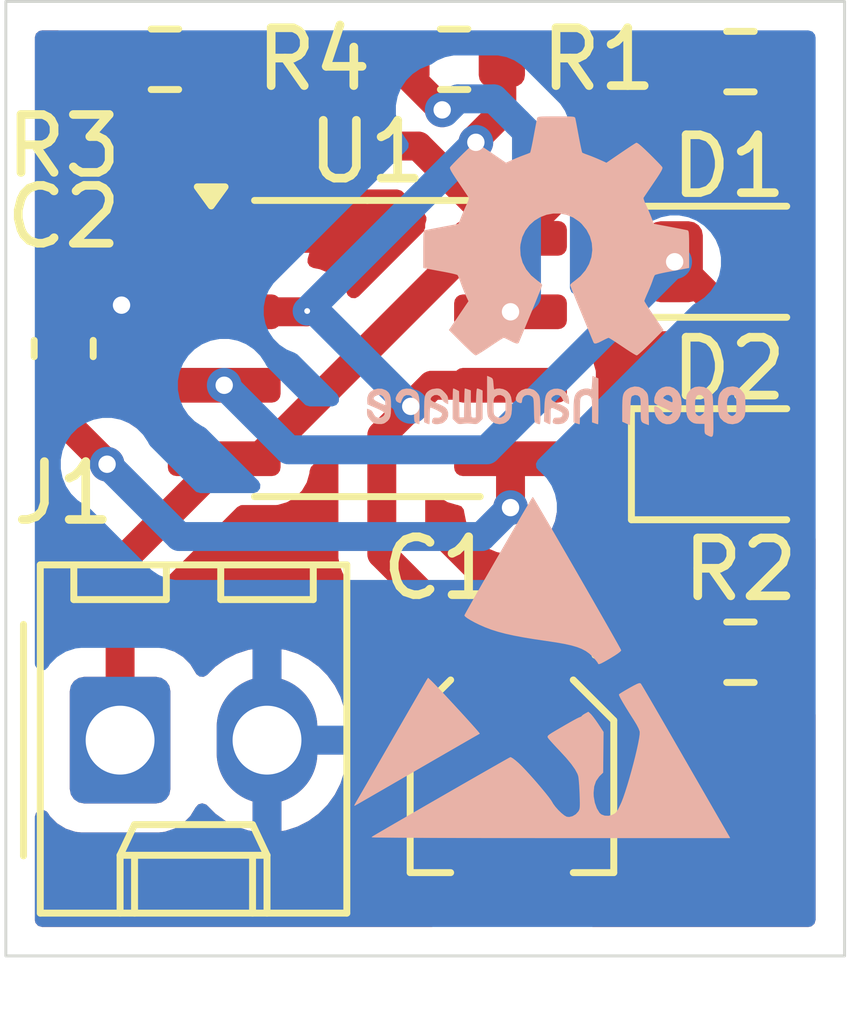
<source format=kicad_pcb>
(kicad_pcb (version 20241229) (generator "pcbnew") (generator_version "9.0")
  (layers (0 "F.Cu" signal) (2 "B.Cu" signal) (13 "F.Paste" user) (15 "B.Paste" user) (5 "F.SilkS" user "F.Silkscreen") (7 "B.SilkS" user "B.Silkscreen") (1 "F.Mask" user) (3 "B.Mask" user) (25 "Edge.Cuts" user))
  (net 0 "")
  (net 1 "GND")
  (net 2 "Net-(U1-THR)")
  (net 3 "Net-(U1-CV)")
  (net 4 "Net-(D1-A)")
  (net 5 "Net-(D1-K)")
  (net 6 "Net-(D2-K)")
  (net 7 "+5V")
  (net 8 "Net-(U1-DIS)")
  (footprint "Resistor_SMD:R_0603_1608Metric" (layer "F.Cu") (at 48.5 23.25)
    (property "Reference" "R4" (at -2.425 0 0) (layer "F.SilkS"))
    (property "Value" "47K")
    (fp_line (start -0.237258 -0.5225) (end 0.237258 -0.5225) (stroke (width 0.12)) (layer "F.SilkS"))
    (fp_line (start -0.237258 0.5225) (end 0.237258 0.5225) (stroke (width 0.12)) (layer "F.SilkS"))
    (pad "1" smd roundrect (at -0.825 0) (size 0.8 0.95) (layers "F.Cu" "F.Mask" "F.Paste") (net 8 "Net-(U1-DIS)"))
    (pad "2" smd roundrect (at 0.825 0) (size 0.8 0.95) (layers "F.Cu" "F.Mask" "F.Paste") (net 2 "Net-(U1-THR)"))
  )
  (footprint "Resistor_SMD:R_0603_1608Metric" (layer "F.Cu") (at 53.45 33.5)
    (property "Reference" "R2" (at 0 -1.43 0) (layer "F.SilkS"))
    (property "Value" "330R")
    (fp_line (start -0.237258 -0.5225) (end 0.237258 -0.5225) (stroke (width 0.12)) (layer "F.SilkS"))
    (fp_line (start -0.237258 0.5225) (end 0.237258 0.5225) (stroke (width 0.12)) (layer "F.SilkS"))
    (pad "1" smd roundrect (at -0.825 0) (size 0.8 0.95) (layers "F.Cu" "F.Mask" "F.Paste") (net 6 "Net-(D2-K)"))
    (pad "2" smd roundrect (at 0.825 0) (size 0.8 0.95) (layers "F.Cu" "F.Mask" "F.Paste") (net 1 "GND"))
  )
  (footprint "Package_SO:SOIC-8_3.9x4.9mm_P1.27mm" (layer "F.Cu") (at 47 28.25)
    (property "Reference" "U1" (at 0 -3.4 0) (layer "F.SilkS"))
    (property "Value" "ICM7555xB")
    (fp_line (start 0 -2.56) (end -1.95 -2.56) (stroke (width 0.12)) (layer "F.SilkS"))
    (fp_line (start 0 -2.56) (end 1.95 -2.56) (stroke (width 0.12)) (layer "F.SilkS"))
    (fp_line (start 0 2.56) (end -1.95 2.56) (stroke (width 0.12)) (layer "F.SilkS"))
    (fp_line (start 0 2.56) (end 1.95 2.56) (stroke (width 0.12)) (layer "F.SilkS"))
    (fp_poly (pts (xy -2.7 -2.465) (xy -2.94 -2.795) (xy -2.46 -2.795)) (stroke (width 0.12)) (fill yes) (layer "F.SilkS"))
    (pad "1" smd roundrect (at -2.475 -1.905) (size 1.95 0.6) (layers "F.Cu" "F.Mask" "F.Paste") (net 1 "GND"))
    (pad "2" smd roundrect (at -2.475 -0.635) (size 1.95 0.6) (layers "F.Cu" "F.Mask" "F.Paste") (net 2 "Net-(U1-THR)"))
    (pad "3" smd roundrect (at -2.475 0.635) (size 1.95 0.6) (layers "F.Cu" "F.Mask" "F.Paste") (net 5 "Net-(D1-K)"))
    (pad "4" smd roundrect (at -2.475 1.905) (size 1.95 0.6) (layers "F.Cu" "F.Mask" "F.Paste") (net 7 "+5V"))
    (pad "5" smd roundrect (at 2.475 1.905) (size 1.95 0.6) (layers "F.Cu" "F.Mask" "F.Paste") (net 3 "Net-(U1-CV)"))
    (pad "6" smd roundrect (at 2.475 0.635) (size 1.95 0.6) (layers "F.Cu" "F.Mask" "F.Paste") (net 2 "Net-(U1-THR)"))
    (pad "7" smd roundrect (at 2.475 -0.635) (size 1.95 0.6) (layers "F.Cu" "F.Mask" "F.Paste") (net 8 "Net-(U1-DIS)"))
    (pad "8" smd roundrect (at 2.475 -1.905) (size 1.95 0.6) (layers "F.Cu" "F.Mask" "F.Paste") (net 7 "+5V"))
  )
  (footprint "LED_SMD:LED_0805_2012Metric" (layer "F.Cu") (at 53.25 26.75)
    (property "Reference" "D1" (at 0 -1.65 0) (layer "F.SilkS"))
    (property "Value" "LED")
    (fp_line (start -1.685 -0.96) (end -1.685 0.96) (stroke (width 0.12)) (layer "F.SilkS"))
    (fp_line (start -1.685 0.96) (end 1 0.96) (stroke (width 0.12)) (layer "F.SilkS"))
    (fp_line (start 1 -0.96) (end -1.685 -0.96) (stroke (width 0.12)) (layer "F.SilkS"))
    (pad "1" smd roundrect (at -0.9375 0) (size 0.975 1.4) (layers "F.Cu" "F.Mask" "F.Paste") (net 5 "Net-(D1-K)"))
    (pad "2" smd roundrect (at 0.9375 0) (size 0.975 1.4) (layers "F.Cu" "F.Mask" "F.Paste") (net 4 "Net-(D1-A)"))
  )
  (footprint "Connector_Molex:Molex_KK-254_AE-6410-02A_1x02_P2.54mm_Vertical" (layer "F.Cu") (at 42.725 35.02)
    (property "Reference" "J1" (at -0.975 -4.27 0) (layer "F.SilkS"))
    (property "Value" "PWR")
    (fp_line (start -1.67 -2) (end -1.67 2) (stroke (width 0.12)) (layer "F.SilkS"))
    (fp_line (start -1.38 -3.03) (end -1.38 2.99) (stroke (width 0.12)) (layer "F.SilkS"))
    (fp_line (start -1.38 2.99) (end 3.92 2.99) (stroke (width 0.12)) (layer "F.SilkS"))
    (fp_line (start -0.8 -3.03) (end -0.8 -2.43) (stroke (width 0.12)) (layer "F.SilkS"))
    (fp_line (start -0.8 -2.43) (end 0.8 -2.43) (stroke (width 0.12)) (layer "F.SilkS"))
    (fp_line (start 0 1.99) (end 0.25 1.46) (stroke (width 0.12)) (layer "F.SilkS"))
    (fp_line (start 0 1.99) (end 2.54 1.99) (stroke (width 0.12)) (layer "F.SilkS"))
    (fp_line (start 0 2.99) (end 0 1.99) (stroke (width 0.12)) (layer "F.SilkS"))
    (fp_line (start 0.25 1.46) (end 2.29 1.46) (stroke (width 0.12)) (layer "F.SilkS"))
    (fp_line (start 0.25 2.99) (end 0.25 1.99) (stroke (width 0.12)) (layer "F.SilkS"))
    (fp_line (start 0.8 -2.43) (end 0.8 -3.03) (stroke (width 0.12)) (layer "F.SilkS"))
    (fp_line (start 1.74 -3.03) (end 1.74 -2.43) (stroke (width 0.12)) (layer "F.SilkS"))
    (fp_line (start 1.74 -2.43) (end 3.34 -2.43) (stroke (width 0.12)) (layer "F.SilkS"))
    (fp_line (start 2.29 1.46) (end 2.54 1.99) (stroke (width 0.12)) (layer "F.SilkS"))
    (fp_line (start 2.29 2.99) (end 2.29 1.99) (stroke (width 0.12)) (layer "F.SilkS"))
    (fp_line (start 2.54 1.99) (end 2.54 2.99) (stroke (width 0.12)) (layer "F.SilkS"))
    (fp_line (start 3.34 -2.43) (end 3.34 -3.03) (stroke (width 0.12)) (layer "F.SilkS"))
    (fp_line (start 3.92 -3.03) (end -1.38 -3.03) (stroke (width 0.12)) (layer "F.SilkS"))
    (fp_line (start 3.92 2.99) (end 3.92 -3.03) (stroke (width 0.12)) (layer "F.SilkS"))
    (pad "1" thru_hole roundrect (at 0 0) (size 1.74 2.19) (drill 1.19) (layers "*.Cu" "*.Mask") (roundrect_rratio 0.143678) (net 7 "+5V"))
    (pad "2" thru_hole oval (at 2.54 0) (size 1.74 2.19) (drill 1.19) (layers "*.Cu" "*.Mask") (net 1 "GND"))
  )
  (footprint "Capacitor_SMD:C_0603_1608Metric" (layer "F.Cu") (at 41.75 28.25 90)
    (property "Reference" "C2" (at 2.275 0 180) (layer "F.SilkS"))
    (property "Value" "0.1uF")
    (fp_line (start -0.14058 -0.51) (end 0.14058 -0.51) (stroke (width 0.12)) (layer "F.SilkS"))
    (fp_line (start -0.14058 0.51) (end 0.14058 0.51) (stroke (width 0.12)) (layer "F.SilkS"))
    (pad "1" smd roundrect (at -0.775 0 90) (size 0.9 0.95) (layers "F.Cu" "F.Mask" "F.Paste") (net 3 "Net-(U1-CV)"))
    (pad "2" smd roundrect (at 0.775 0 90) (size 0.9 0.95) (layers "F.Cu" "F.Mask" "F.Paste") (net 1 "GND"))
  )
  (footprint "Capacitor_SMD:CP_Elec_3x5.4" (layer "F.Cu") (at 49.5 35.55 -90)
    (property "Reference" "C1" (at -3.5 1.25 0) (layer "F.SilkS"))
    (property "Value" "10uF")
    (fp_line (start -0.870563 1.76) (end 1.76 1.76) (stroke (width 0.12)) (layer "F.SilkS"))
    (fp_line (start 1.76 1.76) (end 1.76 1.06) (stroke (width 0.12)) (layer "F.SilkS"))
    (fp_line (start -1.570563 1.06) (end -0.870563 1.76) (stroke (width 0.12)) (layer "F.SilkS"))
    (fp_line (start -1.570563 -1.06) (end -0.870563 -1.76) (stroke (width 0.12)) (layer "F.SilkS"))
    (fp_line (start -2.375 -1.435) (end -2 -1.435) (stroke (width 0.12)) (layer "F.SilkS"))
    (fp_line (start -2.1875 -1.6225) (end -2.1875 -1.2475) (stroke (width 0.12)) (layer "F.SilkS"))
    (fp_line (start -0.870563 -1.76) (end 1.76 -1.76) (stroke (width 0.12)) (layer "F.SilkS"))
    (fp_line (start 1.76 -1.76) (end 1.76 -1.06) (stroke (width 0.12)) (layer "F.SilkS"))
    (pad "1" smd roundrect (at -1.5 0 270) (size 2.2 1.6) (layers "F.Cu" "F.Mask" "F.Paste") (roundrect_rratio 0.15625) (net 2 "Net-(U1-THR)"))
    (pad "2" smd roundrect (at 1.5 0 270) (size 2.2 1.6) (layers "F.Cu" "F.Mask" "F.Paste") (roundrect_rratio 0.15625) (net 1 "GND"))
  )
  (footprint "Resistor_SMD:R_0603_1608Metric" (layer "F.Cu") (at 43.5 23.25)
    (property "Reference" "R3" (at -1.75 1.5 0) (layer "F.SilkS"))
    (property "Value" "100K")
    (fp_line (start -0.237258 -0.5225) (end 0.237258 -0.5225) (stroke (width 0.12)) (layer "F.SilkS"))
    (fp_line (start -0.237258 0.5225) (end 0.237258 0.5225) (stroke (width 0.12)) (layer "F.SilkS"))
    (pad "1" smd roundrect (at -0.825 0) (size 0.8 0.95) (layers "F.Cu" "F.Mask" "F.Paste") (net 7 "+5V"))
    (pad "2" smd roundrect (at 0.825 0) (size 0.8 0.95) (layers "F.Cu" "F.Mask" "F.Paste") (net 8 "Net-(U1-DIS)"))
  )
  (footprint "LED_SMD:LED_0805_2012Metric" (layer "F.Cu") (at 53.25 30.25)
    (property "Reference" "D2" (at 0 -1.65 0) (layer "F.SilkS"))
    (property "Value" "LED")
    (fp_line (start -1.685 -0.96) (end -1.685 0.96) (stroke (width 0.12)) (layer "F.SilkS"))
    (fp_line (start -1.685 0.96) (end 1 0.96) (stroke (width 0.12)) (layer "F.SilkS"))
    (fp_line (start 1 -0.96) (end -1.685 -0.96) (stroke (width 0.12)) (layer "F.SilkS"))
    (pad "1" smd roundrect (at -0.9375 0) (size 0.975 1.4) (layers "F.Cu" "F.Mask" "F.Paste") (net 6 "Net-(D2-K)"))
    (pad "2" smd roundrect (at 0.9375 0) (size 0.975 1.4) (layers "F.Cu" "F.Mask" "F.Paste") (net 5 "Net-(D1-K)"))
  )
  (footprint "Resistor_SMD:R_0603_1608Metric" (layer "F.Cu") (at 53.45 23.29)
    (property "Reference" "R1" (at -2.45 -0.04 0) (layer "F.SilkS"))
    (property "Value" "330R")
    (fp_line (start -0.237258 -0.5225) (end 0.237258 -0.5225) (stroke (width 0.12)) (layer "F.SilkS"))
    (fp_line (start -0.237258 0.5225) (end 0.237258 0.5225) (stroke (width 0.12)) (layer "F.SilkS"))
    (pad "1" smd roundrect (at -0.825 0) (size 0.8 0.95) (layers "F.Cu" "F.Mask" "F.Paste") (net 7 "+5V"))
    (pad "2" smd roundrect (at 0.825 0) (size 0.8 0.95) (layers "F.Cu" "F.Mask" "F.Paste") (net 4 "Net-(D1-A)"))
  )
  (footprint "Symbol:OSHW-Logo2_7.3x6mm_SilkScreen" (layer "B.Cu") (at 50.264684 27 180)
    (property "Reference" "REF**" (hide yes))
    (property "Value" "OSHW-Logo2_7.3x6mm_SilkScreen" (hide yes))
    (fp_poly (pts (xy 2.6526 -1.958752) (xy 2.669948 -1.966334) (xy 2.711356 -1.999128) (xy 2.746765 -2.046547) (xy 2.768664 -2.097151) (xy 2.772229 -2.122098) (xy 2.760279 -2.156927) (xy 2.734067 -2.175357) (xy 2.705964 -2.186516) (xy 2.693095 -2.188572) (xy 2.686829 -2.173649) (xy 2.674456 -2.141175) (xy 2.669028 -2.126502) (xy 2.63859 -2.075744) (xy 2.59452 -2.050427) (xy 2.53801 -2.051206) (xy 2.533825 -2.052203) (xy 2.503655 -2.066507) (xy 2.481476 -2.094393) (xy 2.466327 -2.139287) (xy 2.45725 -2.204615) (xy 2.453286 -2.293804) (xy 2.452914 -2.341261) (xy 2.45273 -2.416071) (xy 2.451522 -2.467069) (xy 2.448309 -2.499471) (xy 2.442109 -2.518495) (xy 2.43194 -2.529356) (xy 2.416819 -2.537272) (xy 2.415946 -2.53767) (xy 2.386828 -2.549981) (xy 2.372403 -2.554514) (xy 2.370186 -2.540809) (xy 2.368289 -2.502925) (xy 2.366847 -2.445715) (xy 2.365998 -2.374027) (xy 2.365829 -2.321565) (xy 2.366692 -2.220047) (xy 2.37007 -2.143032) (xy 2.377142 -2.086023) (xy 2.389088 -2.044526) (xy 2.40709 -2.014043) (xy 2.432327 -1.99008) (xy 2.457247 -1.973355) (xy 2.517171 -1.951097) (xy 2.586911 -1.946076) (xy 2.6526 -1.958752)) (stroke (width 0.01)) (fill yes) (layer "B.SilkS"))
    (fp_poly (pts (xy -1.283907 -1.92778) (xy -1.237328 -1.954723) (xy -1.204943 -1.981466) (xy -1.181258 -2.009484) (xy -1.164941 -2.043748) (xy -1.154661 -2.089227) (xy -1.149086 -2.150892) (xy -1.146884 -2.233711) (xy -1.146629 -2.293246) (xy -1.146629 -2.512391) (xy -1.208314 -2.540044) (xy -1.27 -2.567697) (xy -1.277257 -2.32767) (xy -1.280256 -2.238028) (xy -1.283402 -2.172962) (xy -1.287299 -2.128026) (xy -1.292553 -2.09877) (xy -1.299769 -2.080748) (xy -1.30955 -2.069511) (xy -1.312688 -2.067079) (xy -1.360239 -2.048083) (xy -1.408303 -2.0556) (xy -1.436914 -2.075543) (xy -1.448553 -2.089675) (xy -1.456609 -2.10822) (xy -1.461729 -2.136334) (xy -1.464559 -2.179173) (xy -1.465744 -2.241895) (xy -1.465943 -2.307261) (xy -1.465982 -2.389268) (xy -1.467386 -2.447316) (xy -1.472086 -2.486465) (xy -1.482013 -2.51178) (xy -1.499097 -2.528323) (xy -1.525268 -2.541156) (xy -1.560225 -2.554491) (xy -1.598404 -2.569007) (xy -1.593859 -2.311389) (xy -1.592029 -2.218519) (xy -1.589888 -2.149889) (xy -1.586819 -2.100711) (xy -1.582206 -2.066198) (xy -1.575432 -2.041562) (xy -1.565881 -2.022016) (xy -1.554366 -2.00477) (xy -1.49881 -1.94968) (xy -1.43102 -1.917822) (xy -1.357287 -1.910191) (xy -1.283907 -1.92778)) (stroke (width 0.01)) (fill yes) (layer "B.SilkS"))
    (fp_poly (pts (xy 0.529926 -1.949755) (xy 0.595858 -1.974084) (xy 0.649273 -2.017117) (xy 0.670164 -2.047409) (xy 0.692939 -2.102994) (xy 0.692466 -2.143186) (xy 0.668562 -2.170217) (xy 0.659717 -2.174813) (xy 0.62153 -2.189144) (xy 0.602028 -2.185472) (xy 0.595422 -2.161407) (xy 0.595086 -2.148114) (xy 0.582992 -2.09921) (xy 0.551471 -2.064999) (xy 0.507659 -2.048476) (xy 0.458695 -2.052634) (xy 0.418894 -2.074227) (xy 0.40545 -2.086544) (xy 0.395921 -2.101487) (xy 0.389485 -2.124075) (xy 0.385317 -2.159328) (xy 0.382597 -2.212266) (xy 0.380502 -2.287907) (xy 0.37996 -2.311857) (xy 0.377981 -2.39379) (xy 0.375731 -2.451455) (xy 0.372357 -2.489608) (xy 0.367006 -2.513004) (xy 0.358824 -2.526398) (xy 0.346959 -2.534545) (xy 0.339362 -2.538144) (xy 0.307102 -2.550452) (xy 0.288111 -2.554514) (xy 0.281836 -2.540948) (xy 0.278006 -2.499934) (xy 0.2766 -2.430999) (xy 0.277598 -2.333669) (xy 0.277908 -2.318657) (xy 0.280101 -2.229859) (xy 0.282693 -2.165019) (xy 0.286382 -2.119067) (xy 0.291864 -2.086935) (xy 0.299835 -2.063553) (xy 0.310993 -2.043852) (xy 0.31683 -2.03541) (xy 0.350296 -1.998057) (xy 0.387727 -1.969003) (xy 0.392309 -1.966467) (xy 0.459426 -1.946443) (xy 0.529926 -1.949755)) (stroke (width 0.01)) (fill yes) (layer "B.SilkS"))
    (fp_poly (pts (xy 1.779833 -1.958663) (xy 1.782048 -1.99685) (xy 1.783784 -2.054886) (xy 1.784899 -2.12818) (xy 1.785257 -2.205055) (xy 1.785257 -2.465196) (xy 1.739326 -2.511127) (xy 1.707675 -2.539429) (xy 1.67989 -2.550893) (xy 1.641915 -2.550168) (xy 1.62684 -2.548321) (xy 1.579726 -2.542948) (xy 1.540756 -2.539869) (xy 1.531257 -2.539585) (xy 1.499233 -2.541445) (xy 1.453432 -2.546114) (xy 1.435674 -2.548321) (xy 1.392057 -2.551735) (xy 1.362745 -2.54432) (xy 1.33368 -2.521427) (xy 1.323188 -2.511127) (xy 1.277257 -2.465196) (xy 1.277257 -1.978602) (xy 1.314226 -1.961758) (xy 1.346059 -1.949282) (xy 1.364683 -1.944914) (xy 1.369458 -1.958718) (xy 1.373921 -1.997286) (xy 1.377775 -2.056356) (xy 1.380722 -2.131663) (xy 1.382143 -2.195286) (xy 1.386114 -2.445657) (xy 1.420759 -2.450556) (xy 1.452268 -2.447131) (xy 1.467708 -2.436041) (xy 1.472023 -2.415308) (xy 1.475708 -2.371145) (xy 1.478469 -2.309146) (xy 1.480012 -2.234909) (xy 1.480235 -2.196706) (xy 1.480457 -1.976783) (xy 1.526166 -1.960849) (xy 1.558518 -1.950015) (xy 1.576115 -1.944962) (xy 1.576623 -1.944914) (xy 1.578388 -1.958648) (xy 1.580329 -1.99673) (xy 1.582282 -2.054482) (xy 1.584084 -2.127227) (xy 1.585343 -2.195286) (xy 1.589314 -2.445657) (xy 1.6764 -2.445657) (xy 1.680396 -2.21724) (xy 1.684392 -1.988822) (xy 1.726847 -1.966868) (xy 1.758192 -1.951793) (xy 1.776744 -1.944951) (xy 1.777279 -1.944914) (xy 1.779833 -1.958663)) (stroke (width 0.01)) (fill yes) (layer "B.SilkS"))
    (fp_poly (pts (xy -0.624114 -1.851289) (xy -0.619861 -1.910613) (xy -0.614975 -1.945572) (xy -0.608205 -1.96082) (xy -0.598298 -1.961015) (xy -0.595086 -1.959195) (xy -0.552356 -1.946015) (xy -0.496773 -1.946785) (xy -0.440263 -1.960333) (xy -0.404918 -1.977861) (xy -0.368679 -2.005861) (xy -0.342187 -2.037549) (xy -0.324001 -2.077813) (xy -0.312678 -2.131543) (xy -0.306778 -2.203626) (xy -0.304857 -2.298951) (xy -0.304823 -2.317237) (xy -0.3048 -2.522646) (xy -0.350509 -2.53858) (xy -0.382973 -2.54942) (xy -0.400785 -2.554468) (xy -0.401309 -2.554514) (xy -0.403063 -2.540828) (xy -0.404556 -2.503076) (xy -0.405674 -2.446224) (xy -0.406303 -2.375234) (xy -0.4064 -2.332073) (xy -0.406602 -2.246973) (xy -0.407642 -2.185981) (xy -0.410169 -2.144177) (xy -0.414836 -2.116642) (xy -0.422293 -2.098456) (xy -0.433189 -2.084698) (xy -0.439993 -2.078073) (xy -0.486728 -2.051375) (xy -0.537728 -2.049375) (xy -0.583999 -2.071955) (xy -0.592556 -2.080107) (xy -0.605107 -2.095436) (xy -0.613812 -2.113618) (xy -0.619369 -2.139909) (xy -0.622474 -2.179562) (xy -0.623824 -2.237832) (xy -0.624114 -2.318173) (xy -0.624114 -2.522646) (xy -0.669823 -2.53858) (xy -0.702287 -2.54942) (xy -0.720099 -2.554468) (xy -0.720623 -2.554514) (xy -0.721963 -2.540623) (xy -0.723172 -2.501439) (xy -0.724199 -2.4407) (xy -0.724998 -2.362141) (xy -0.725519 -2.269498) (xy -0.725714 -2.166509) (xy -0.725714 -1.769342) (xy -0.678543 -1.749444) (xy -0.631371 -1.729547) (xy -0.624114 -1.851289)) (stroke (width 0.01)) (fill yes) (layer "B.SilkS"))
    (fp_poly (pts (xy -2.958885 -1.921962) (xy -2.890855 -1.957733) (xy -2.840649 -2.015301) (xy -2.822815 -2.052312) (xy -2.808937 -2.107882) (xy -2.801833 -2.178096) (xy -2.80116 -2.254727) (xy -2.806573 -2.329552) (xy -2.81773 -2.394342) (xy -2.834286 -2.440873) (xy -2.839374 -2.448887) (xy -2.899645 -2.508707) (xy -2.971231 -2.544535) (xy -3.048908 -2.55502) (xy -3.127452 -2.53881) (xy -3.149311 -2.529092) (xy -3.191878 -2.499143) (xy -3.229237 -2.459433) (xy -3.232768 -2.454397) (xy -3.247119 -2.430124) (xy -3.256606 -2.404178) (xy -3.26221 -2.370022) (xy -3.264914 -2.321119) (xy -3.265701 -2.250935) (xy -3.265714 -2.2352) (xy -3.265678 -2.230192) (xy -3.120571 -2.230192) (xy -3.119727 -2.29643) (xy -3.116404 -2.340386) (xy -3.109417 -2.368779) (xy -3.097584 -2.388325) (xy -3.091543 -2.394857) (xy -3.056814 -2.41968) (xy -3.023097 -2.418548) (xy -2.989005 -2.397016) (xy -2.968671 -2.374029) (xy -2.956629 -2.340478) (xy -2.949866 -2.287569) (xy -2.949402 -2.281399) (xy -2.948248 -2.185513) (xy -2.960312 -2.114299) (xy -2.98543 -2.068194) (xy -3.02344 -2.047635) (xy -3.037008 -2.046514) (xy -3.072636 -2.052152) (xy -3.097006 -2.071686) (xy -3.111907 -2.109042) (xy -3.119125 -2.16815) (xy -3.120571 -2.230192) (xy -3.265678 -2.230192) (xy -3.265174 -2.160413) (xy -3.262904 -2.108159) (xy -3.257932 -2.071949) (xy -3.249287 -2.045299) (xy -3.235995 -2.021722) (xy -3.233057 -2.017338) (xy -3.183687 -1.958249) (xy -3.129891 -1.923947) (xy -3.064398 -1.910331) (xy -3.042158 -1.909665) (xy -2.958885 -1.921962)) (stroke (width 0.01)) (fill yes) (layer "B.SilkS"))
    (fp_poly (pts (xy 3.153595 -1.966966) (xy 3.211021 -2.004497) (xy 3.238719 -2.038096) (xy 3.260662 -2.099064) (xy 3.262405 -2.147308) (xy 3.258457 -2.211816) (xy 3.109686 -2.276934) (xy 3.037349 -2.310202) (xy 2.990084 -2.336964) (xy 2.965507 -2.360144) (xy 2.961237 -2.382667) (xy 2.974889 -2.407455) (xy 2.989943 -2.423886) (xy 3.033746 -2.450235) (xy 3.081389 -2.452081) (xy 3.125145 -2.431546) (xy 3.157289 -2.390752) (xy 3.163038 -2.376347) (xy 3.190576 -2.331356) (xy 3.222258 -2.312182) (xy 3.265714 -2.295779) (xy 3.265714 -2.357966) (xy 3.261872 -2.400283) (xy 3.246823 -2.435969) (xy 3.21528 -2.476943) (xy 3.210592 -2.482267) (xy 3.175506 -2.51872) (xy 3.145347 -2.538283) (xy 3.107615 -2.547283) (xy 3.076335 -2.55023) (xy 3.020385 -2.550965) (xy 2.980555 -2.54166) (xy 2.955708 -2.527846) (xy 2.916656 -2.497467) (xy 2.889625 -2.464613) (xy 2.872517 -2.423294) (xy 2.863238 -2.367521) (xy 2.859693 -2.291305) (xy 2.85941 -2.252622) (xy 2.860372 -2.206247) (xy 2.948007 -2.206247) (xy 2.949023 -2.231126) (xy 2.951556 -2.2352) (xy 2.968274 -2.229665) (xy 3.004249 -2.215017) (xy 3.052331 -2.19419) (xy 3.062386 -2.189714) (xy 3.123152 -2.158814) (xy 3.156632 -2.131657) (xy 3.16399 -2.10622) (xy 3.146391 -2.080481) (xy 3.131856 -2.069109) (xy 3.07941 -2.046364) (xy 3.030322 -2.050122) (xy 2.989227 -2.077884) (xy 2.960758 -2.127152) (xy 2.951631 -2.166257) (xy 2.948007 -2.206247) (xy 2.860372 -2.206247) (xy 2.861285 -2.162249) (xy 2.868196 -2.095384) (xy 2.881884 -2.046695) (xy 2.904096 -2.010849) (xy 2.936574 -1.982513) (xy 2.950733 -1.973355) (xy 3.015053 -1.949507) (xy 3.085473 -1.948006) (xy 3.153595 -1.966966)) (stroke (width 0.01)) (fill yes) (layer "B.SilkS"))
    (fp_poly (pts (xy 1.190117 -2.065358) (xy 1.189933 -2.173837) (xy 1.189219 -2.257287) (xy 1.187675 -2.319704) (xy 1.185001 -2.365085) (xy 1.180894 -2.397429) (xy 1.175055 -2.420733) (xy 1.167182 -2.438995) (xy 1.161221 -2.449418) (xy 1.111855 -2.505945) (xy 1.049264 -2.541377) (xy 0.980013 -2.55409) (xy 0.910668 -2.542463) (xy 0.869375 -2.521568) (xy 0.826025 -2.485422) (xy 0.796481 -2.441276) (xy 0.778655 -2.383462) (xy 0.770463 -2.306313) (xy 0.769302 -2.249714) (xy 0.769458 -2.245647) (xy 0.870857 -2.245647) (xy 0.871476 -2.31055) (xy 0.874314 -2.353514) (xy 0.88084 -2.381622) (xy 0.892523 -2.401953) (xy 0.906483 -2.417288) (xy 0.953365 -2.44689) (xy 1.003701 -2.449419) (xy 1.051276 -2.424705) (xy 1.054979 -2.421356) (xy 1.070783 -2.403935) (xy 1.080693 -2.383209) (xy 1.086058 -2.352362) (xy 1.088228 -2.304577) (xy 1.088571 -2.251748) (xy 1.087827 -2.185381) (xy 1.084748 -2.141106) (xy 1.078061 -2.112009) (xy 1.066496 -2.091173) (xy 1.057013 -2.080107) (xy 1.01296 -2.052198) (xy 0.962224 -2.048843) (xy 0.913796 -2.070159) (xy 0.90445 -2.078073) (xy 0.88854 -2.095647) (xy 0.87861 -2.116587) (xy 0.873278 -2.147782) (xy 0.871163 -2.196122) (xy 0.870857 -2.245647) (xy 0.769458 -2.245647) (xy 0.77281 -2.158568) (xy 0.784726 -2.090086) (xy 0.807135 -2.0386) (xy 0.842124 -1.998443) (xy 0.869375 -1.977861) (xy 0.918907 -1.955625) (xy 0.976316 -1.945304) (xy 1.029682 -1.948067) (xy 1.059543 -1.959212) (xy 1.071261 -1.962383) (xy 1.079037 -1.950557) (xy 1.084465 -1.918866) (xy 1.088571 -1.870593) (xy 1.093067 -1.816829) (xy 1.099313 -1.784482) (xy 1.110676 -1.765985) (xy 1.130528 -1.75377) (xy 1.143 -1.748362) (xy 1.190171 -1.728601) (xy 1.190117 -2.065358)) (stroke (width 0.01)) (fill yes) (layer "B.SilkS"))
    (fp_poly (pts (xy -1.831697 -1.931239) (xy -1.774473 -1.969735) (xy -1.730251 -2.025335) (xy -1.703833 -2.096086) (xy -1.69849 -2.148162) (xy -1.699097 -2.169893) (xy -1.704178 -2.186531) (xy -1.718145 -2.201437) (xy -1.745411 -2.217973) (xy -1.790388 -2.239498) (xy -1.857489 -2.269374) (xy -1.857829 -2.269524) (xy -1.919593 -2.297813) (xy -1.970241 -2.322933) (xy -2.004596 -2.342179) (xy -2.017482 -2.352848) (xy -2.017486 -2.352934) (xy -2.006128 -2.376166) (xy -1.979569 -2.401774) (xy -1.949077 -2.420221) (xy -1.93363 -2.423886) (xy -1.891485 -2.411212) (xy -1.855192 -2.379471) (xy -1.837483 -2.344572) (xy -1.820448 -2.318845) (xy -1.787078 -2.289546) (xy -1.747851 -2.264235) (xy -1.713244 -2.250471) (xy -1.706007 -2.249714) (xy -1.697861 -2.26216) (xy -1.69737 -2.293972) (xy -1.703357 -2.336866) (xy -1.714643 -2.382558) (xy -1.73005 -2.422761) (xy -1.730829 -2.424322) (xy -1.777196 -2.489062) (xy -1.837289 -2.533097) (xy -1.905535 -2.554711) (xy -1.976362 -2.552185) (xy -2.044196 -2.523804) (xy -2.047212 -2.521808) (xy -2.100573 -2.473448) (xy -2.13566 -2.410352) (xy -2.155078 -2.327387) (xy -2.157684 -2.304078) (xy -2.162299 -2.194055) (xy -2.156767 -2.142748) (xy -2.017486 -2.142748) (xy -2.015676 -2.174753) (xy -2.005778 -2.184093) (xy -1.981102 -2.177105) (xy -1.942205 -2.160587) (xy -1.898725 -2.139881) (xy -1.897644 -2.139333) (xy -1.860791 -2.119949) (xy -1.846 -2.107013) (xy -1.849647 -2.093451) (xy -1.865005 -2.075632) (xy -1.904077 -2.049845) (xy -1.946154 -2.04795) (xy -1.983897 -2.066717) (xy -2.009966 -2.102915) (xy -2.017486 -2.142748) (xy -2.156767 -2.142748) (xy -2.152806 -2.106027) (xy -2.12845 -2.036212) (xy -2.094544 -1.987302) (xy -2.033347 -1.937878) (xy -1.965937 -1.913359) (xy -1.89712 -1.911797) (xy -1.831697 -1.931239)) (stroke (width 0.01)) (fill yes) (layer "B.SilkS"))
    (fp_poly (pts (xy 0.039744 -1.950968) (xy 0.096616 -1.972087) (xy 0.097267 -1.972493) (xy 0.13244 -1.99838) (xy 0.158407 -2.028633) (xy 0.17667 -2.068058) (xy 0.188732 -2.121462) (xy 0.196096 -2.193651) (xy 0.200264 -2.289432) (xy 0.200629 -2.303078) (xy 0.205876 -2.508842) (xy 0.161716 -2.531678) (xy 0.129763 -2.54711) (xy 0.11047 -2.554423) (xy 0.109578 -2.554514) (xy 0.106239 -2.541022) (xy 0.103587 -2.504626) (xy 0.101956 -2.451452) (xy 0.1016 -2.408393) (xy 0.101592 -2.338641) (xy 0.098403 -2.294837) (xy 0.087288 -2.273944) (xy 0.063501 -2.272925) (xy 0.022296 -2.288741) (xy -0.039914 -2.317815) (xy -0.085659 -2.341963) (xy -0.109187 -2.362913) (xy -0.116104 -2.385747) (xy -0.116114 -2.386877) (xy -0.104701 -2.426212) (xy -0.070908 -2.447462) (xy -0.019191 -2.450539) (xy 0.018061 -2.450006) (xy 0.037703 -2.460735) (xy 0.049952 -2.486505) (xy 0.057002 -2.519337) (xy 0.046842 -2.537966) (xy 0.043017 -2.540632) (xy 0.007001 -2.55134) (xy -0.043434 -2.552856) (xy -0.095374 -2.545759) (xy -0.132178 -2.532788) (xy -0.183062 -2.489585) (xy -0.211986 -2.429446) (xy -0.217714 -2.382462) (xy -0.213343 -2.340082) (xy -0.197525 -2.305488) (xy -0.166203 -2.274763) (xy -0.115322 -2.24399) (xy -0.040824 -2.209252) (xy -0.036286 -2.207288) (xy 0.030821 -2.176287) (xy 0.072232 -2.150862) (xy 0.089981 -2.128014) (xy 0.086107 -2.104745) (xy 0.062643 -2.078056) (xy 0.055627 -2.071914) (xy 0.00863 -2.0481) (xy -0.040067 -2.049103) (xy -0.082478 -2.072451) (xy -0.110616 -2.115675) (xy -0.113231 -2.12416) (xy -0.138692 -2.165308) (xy -0.170999 -2.185128) (xy -0.217714 -2.20477) (xy -0.217714 -2.15395) (xy -0.203504 -2.080082) (xy -0.161325 -2.012327) (xy -0.139376 -1.989661) (xy -0.089483 -1.960569) (xy -0.026033 -1.9474) (xy 0.039744 -1.950968)) (stroke (width 0.01)) (fill yes) (layer "B.SilkS"))
    (fp_poly (pts (xy 2.144876 -1.956335) (xy 2.186667 -1.975344) (xy 2.219469 -1.998378) (xy 2.243503 -2.024133) (xy 2.260097 -2.057358) (xy 2.270577 -2.1028) (xy 2.276271 -2.165207) (xy 2.278507 -2.249327) (xy 2.278743 -2.304721) (xy 2.278743 -2.520826) (xy 2.241774 -2.53767) (xy 2.212656 -2.549981) (xy 2.198231 -2.554514) (xy 2.195472 -2.541025) (xy 2.193282 -2.504653) (xy 2.191942 -2.451542) (xy 2.191657 -2.409372) (xy 2.190434 -2.348447) (xy 2.187136 -2.300115) (xy 2.182321 -2.270518) (xy 2.178496 -2.264229) (xy 2.152783 -2.270652) (xy 2.112418 -2.287125) (xy 2.065679 -2.309458) (xy 2.020845 -2.333457) (xy 1.986193 -2.35493) (xy 1.970002 -2.369685) (xy 1.969938 -2.369845) (xy 1.97133 -2.397152) (xy 1.983818 -2.423219) (xy 2.005743 -2.444392) (xy 2.037743 -2.451474) (xy 2.065092 -2.450649) (xy 2.103826 -2.450042) (xy 2.124158 -2.459116) (xy 2.136369 -2.483092) (xy 2.137909 -2.487613) (xy 2.143203 -2.521806) (xy 2.129047 -2.542568) (xy 2.092148 -2.552462) (xy 2.052289 -2.554292) (xy 1.980562 -2.540727) (xy 1.943432 -2.521355) (xy 1.897576 -2.475845) (xy 1.873256 -2.419983) (xy 1.871073 -2.360957) (xy 1.891629 -2.305953) (xy 1.922549 -2.271486) (xy 1.95342 -2.252189) (xy 2.001942 -2.227759) (xy 2.058485 -2.202985) (xy 2.06791 -2.199199) (xy 2.130019 -2.171791) (xy 2.165822 -2.147634) (xy 2.177337 -2.123619) (xy 2.16658 -2.096635) (xy 2.148114 -2.075543) (xy 2.104469 -2.049572) (xy 2.056446 -2.047624) (xy 2.012406 -2.067637) (xy 1.980709 -2.107551) (xy 1.976549 -2.117848) (xy 1.952327 -2.155724) (xy 1.916965 -2.183842) (xy 1.872343 -2.206917) (xy 1.872343 -2.141485) (xy 1.874969 -2.101506) (xy 1.88623 -2.069997) (xy 1.911199 -2.036378) (xy 1.935169 -2.010484) (xy 1.972441 -1.973817) (xy 2.001401 -1.954121) (xy 2.032505 -1.94622) (xy 2.067713 -1.944914) (xy 2.144876 -1.956335)) (stroke (width 0.01)) (fill yes) (layer "B.SilkS"))
    (fp_poly (pts (xy -2.400256 -1.919918) (xy -2.344799 -1.947568) (xy -2.295852 -1.99848) (xy -2.282371 -2.017338) (xy -2.267686 -2.042015) (xy -2.258158 -2.068816) (xy -2.252707 -2.104587) (xy -2.250253 -2.156169) (xy -2.249714 -2.224267) (xy -2.252148 -2.317588) (xy -2.260606 -2.387657) (xy -2.276826 -2.439931) (xy -2.302546 -2.479869) (xy -2.339503 -2.512929) (xy -2.342218 -2.514886) (xy -2.37864 -2.534908) (xy -2.422498 -2.544815) (xy -2.478276 -2.547257) (xy -2.568952 -2.547257) (xy -2.56899 -2.635283) (xy -2.569834 -2.684308) (xy -2.574976 -2.713065) (xy -2.588413 -2.730311) (xy -2.614142 -2.744808) (xy -2.620321 -2.747769) (xy -2.649236 -2.761648) (xy -2.671624 -2.770414) (xy -2.688271 -2.771171) (xy -2.699964 -2.761023) (xy -2.70749 -2.737073) (xy -2.711634 -2.696426) (xy -2.713185 -2.636186) (xy -2.712929 -2.553455) (xy -2.711651 -2.445339) (xy -2.711252 -2.413) (xy -2.709815 -2.301524) (xy -2.708528 -2.228603) (xy -2.569029 -2.228603) (xy -2.568245 -2.290499) (xy -2.56476 -2.330997) (xy -2.556876 -2.357708) (xy -2.542895 -2.378244) (xy -2.533403 -2.38826) (xy -2.494596 -2.417567) (xy -2.460237 -2.419952) (xy -2.424784 -2.39575) (xy -2.423886 -2.394857) (xy -2.409461 -2.376153) (xy -2.400687 -2.350732) (xy -2.396261 -2.311584) (xy -2.394882 -2.251697) (xy -2.394857 -2.23843) (xy -2.398188 -2.155901) (xy -2.409031 -2.098691) (xy -2.42866 -2.063766) (xy -2.45835 -2.048094) (xy -2.475509 -2.046514) (xy -2.516234 -2.053926) (xy -2.544168 -2.07833) (xy -2.560983 -2.12298) (xy -2.56835 -2.19113) (xy -2.569029 -2.228603) (xy -2.708528 -2.228603) (xy -2.708292 -2.215245) (xy -2.706323 -2.150333) (xy -2.70355 -2.102958) (xy -2.699612 -2.06929) (xy -2.694151 -2.045498) (xy -2.686808 -2.027753) (xy -2.677223 -2.012224) (xy -2.673113 -2.006381) (xy -2.618595 -1.951185) (xy -2.549664 -1.91989) (xy -2.469928 -1.911165) (xy -2.400256 -1.919918)) (stroke (width 0.01)) (fill yes) (layer "B.SilkS"))
    (fp_poly (pts (xy 0.10391 2.757652) (xy 0.182454 2.757222) (xy 0.239298 2.756058) (xy 0.278105 2.753793) (xy 0.302538 2.75006) (xy 0.316262 2.744494) (xy 0.32294 2.736727) (xy 0.326236 2.726395) (xy 0.326556 2.725057) (xy 0.331562 2.700921) (xy 0.340829 2.653299) (xy 0.353392 2.587259) (xy 0.368287 2.507872) (xy 0.384551 2.420204) (xy 0.385119 2.417125) (xy 0.40141 2.331211) (xy 0.416652 2.255304) (xy 0.429861 2.193955) (xy 0.440054 2.151718) (xy 0.446248 2.133145) (xy 0.446543 2.132816) (xy 0.464788 2.123747) (xy 0.502405 2.108633) (xy 0.551271 2.090738) (xy 0.551543 2.090642) (xy 0.613093 2.067507) (xy 0.685657 2.038035) (xy 0.754057 2.008403) (xy 0.757294 2.006938) (xy 0.868702 1.956374) (xy 1.115399 2.12484) (xy 1.191077 2.176197) (xy 1.259631 2.222111) (xy 1.317088 2.25997) (xy 1.359476 2.287163) (xy 1.382825 2.301079) (xy 1.385042 2.302111) (xy 1.40201 2.297516) (xy 1.433701 2.275345) (xy 1.481352 2.234553) (xy 1.546198 2.174095) (xy 1.612397 2.109773) (xy 1.676214 2.046388) (xy 1.733329 1.988549) (xy 1.780305 1.939825) (xy 1.813703 1.90379) (xy 1.830085 1.884016) (xy 1.830694 1.882998) (xy 1.832505 1.869428) (xy 1.825683 1.847267) (xy 1.80854 1.813522) (xy 1.779393 1.7652) (xy 1.736555 1.699308) (xy 1.679448 1.614483) (xy 1.628766 1.539823) (xy 1.583461 1.47286) (xy 1.54615 1.417484) (xy 1.519452 1.37758) (xy 1.505985 1.357038) (xy 1.505137 1.355644) (xy 1.506781 1.335962) (xy 1.519245 1.297707) (xy 1.540048 1.248111) (xy 1.547462 1.232272) (xy 1.579814 1.16171) (xy 1.614328 1.081647) (xy 1.642365 1.012371) (xy 1.662568 0.960955) (xy 1.678615 0.921881) (xy 1.687888 0.901459) (xy 1.689041 0.899886) (xy 1.706096 0.897279) (xy 1.746298 0.890137) (xy 1.804302 0.879477) (xy 1.874763 0.866315) (xy 1.952335 0.851667) (xy 2.031672 0.836551) (xy 2.107431 0.821982) (xy 2.174264 0.808978) (xy 2.226828 0.798555) (xy 2.259776 0.79173) (xy 2.267857 0.789801) (xy 2.276205 0.785038) (xy 2.282506 0.774282) (xy 2.287045 0.753902) (xy 2.290104 0.720266) (xy 2.291967 0.669745) (xy 2.292918 0.598708) (xy 2.29324 0.503524) (xy 2.293257 0.464508) (xy 2.293257 0.147201) (xy 2.217057 0.132161) (xy 2.174663 0.124005) (xy 2.1114 0.112101) (xy 2.034962 0.097884) (xy 1.953043 0.08279) (xy 1.9304 0.078645) (xy 1.854806 0.063947) (xy 1.788953 0.049495) (xy 1.738366 0.036625) (xy 1.708574 0.026678) (xy 1.703612 0.023713) (xy 1.691426 0.002717) (xy 1.673953 -0.037967) (xy 1.654577 -0.090322) (xy 1.650734 -0.1016) (xy 1.625339 -0.171523) (xy 1.593817 -0.250418) (xy 1.562969 -0.321266) (xy 1.562817 -0.321595) (xy 1.511447 -0.432733) (xy 1.680399 -0.681253) (xy 1.849352 -0.929772) (xy 1.632429 -1.147058) (xy 1.566819 -1.211726) (xy 1.506979 -1.268733) (xy 1.456267 -1.315033) (xy 1.418046 -1.347584) (xy 1.395675 -1.363343) (xy 1.392466 -1.364343) (xy 1.373626 -1.356469) (xy 1.33518 -1.334578) (xy 1.28133 -1.301267) (xy 1.216276 -1.259131) (xy 1.14594 -1.211943) (xy 1.074555 -1.16381) (xy 1.010908 -1.121928) (xy 0.959041 -1.088871) (xy 0.922995 -1.067218) (xy 0.906867 -1.059543) (xy 0.887189 -1.066037) (xy 0.849875 -1.08315) (xy 0.802621 -1.107326) (xy 0.797612 -1.110013) (xy 0.733977 -1.141927) (xy 0.690341 -1.157579) (xy 0.663202 -1.157745) (xy 0.649057 -1.143204) (xy 0.648975 -1.143) (xy 0.641905 -1.125779) (xy 0.625042 -1.084899) (xy 0.599695 -1.023525) (xy 0.567171 -0.944819) (xy 0.528778 -0.851947) (xy 0.485822 -0.748072) (xy 0.444222 -0.647502) (xy 0.398504 -0.536516) (xy 0.356526 -0.433703) (xy 0.319548 -0.342215) (xy 0.288827 -0.265201) (xy 0.265622 -0.205815) (xy 0.25119 -0.167209) (xy 0.246743 -0.1528) (xy 0.257896 -0.136272) (xy 0.287069 -0.10993) (xy 0.325971 -0.080887) (xy 0.436757 0.010961) (xy 0.523351 0.116241) (xy 0.584716 0.232734) (xy 0.619815 0.358224) (xy 0.627608 0.490493) (xy 0.621943 0.551543) (xy 0.591078 0.678205) (xy 0.53792 0.790059) (xy 0.465767 0.885999) (xy 0.377917 0.964924) (xy 0.277665 1.02573) (xy 0.16831 1.067313) (xy 0.053147 1.088572) (xy -0.064525 1.088401) (xy -0.18141 1.065699) (xy -0.294211 1.019362) (xy -0.399631 0.948287) (xy -0.443632 0.908089) (xy -0.528021 0.804871) (xy -0.586778 0.692075) (xy -0.620296 0.57299) (xy -0.628965 0.450905) (xy -0.613177 0.329107) (xy -0.573322 0.210884) (xy -0.509793 0.099525) (xy -0.422979 -0.001684) (xy -0.325971 -0.080887) (xy -0.285563 -0.111162) (xy -0.257018 -0.137219) (xy -0.246743 -0.152825) (xy -0.252123 -0.169843) (xy -0.267425 -0.2105) (xy -0.291388 -0.271642) (xy -0.322756 -0.350119) (xy -0.360268 -0.44278) (xy -0.402667 -0.546472) (xy -0.444337 -0.647526) (xy -0.49031 -0.758607) (xy -0.532893 -0.861541) (xy -0.570779 -0.953165) (xy -0.60266 -1.030316) (xy -0.627229 -1.089831) (xy -0.64318 -1.128544) (xy -0.64909 -1.143) (xy -0.663052 -1.157685) (xy -0.69006 -1.157642) (xy -0.733587 -1.142099) (xy -0.79711 -1.110284) (xy -0.797612 -1.110013) (xy -0.84544 -1.085323) (xy -0.884103 -1.067338) (xy -0.905905 -1.059614) (xy -0.906867 -1.059543) (xy -0.923279 -1.067378) (xy -0.959513 -1.089165) (xy -1.011526 -1.122328) (xy -1.075275 -1.164291) (xy -1.14594 -1.211943) (xy -1.217884 -1.260191) (xy -1.282726 -1.302151) (xy -1.336265 -1.335227) (xy -1.374303 -1.356821) (xy -1.392467 -1.364343) (xy -1.409192 -1.354457) (xy -1.44282 -1.326826) (xy -1.48999 -1.284495) (xy -1.547342 -1.230505) (xy -1.611516 -1.167899) (xy -1.632503 -1.146983) (xy -1.849501 -0.929623) (xy -1.684332 -0.68722) (xy -1.634136 -0.612781) (xy -1.590081 -0.545972) (xy -1.554638 -0.490665) (xy -1.530281 -0.450729) (xy -1.519478 -0.430036) (xy -1.519162 -0.428563) (xy -1.524857 -0.409058) (xy -1.540174 -0.369822) (xy -1.562463 -0.31743) (xy -1.578107 -0.282355) (xy -1.607359 -0.215201) (xy -1.634906 -0.147358) (xy -1.656263 -0.090034) (xy -1.662065 -0.072572) (xy -1.678548 -0.025938) (xy -1.69466 0.010095) (xy -1.70351 0.023713) (xy -1.72304 0.032048) (xy -1.765666 0.043863) (xy -1.825855 0.057819) (xy -1.898078 0.072578) (xy -1.9304 0.078645) (xy -2.012478 0.093727) (xy -2.091205 0.108331) (xy -2.158891 0.12102) (xy -2.20784 0.130358) (xy -2.217057 0.132161) (xy -2.293257 0.147201) (xy -2.293257 0.464508) (xy -2.293086 0.568846) (xy -2.292384 0.647787) (xy -2.290866 0.704962) (xy -2.288251 0.744001) (xy -2.284254 0.768535) (xy -2.278591 0.782195) (xy -2.27098 0.788611) (xy -2.267857 0.789801) (xy -2.249022 0.79402) (xy -2.207412 0.802438) (xy -2.14837 0.814039) (xy -2.077243 0.827805) (xy -1.999375 0.84272) (xy -1.920113 0.857768) (xy -1.844802 0.871931) (xy -1.778787 0.884194) (xy -1.727413 0.893539) (xy -1.696025 0.89895) (xy -1.689041 0.899886) (xy -1.682715 0.912404) (xy -1.66871 0.945754) (xy -1.649645 0.993623) (xy -1.642366 1.012371) (xy -1.613004 1.084805) (xy -1.578429 1.16483) (xy -1.547463 1.232272) (xy -1.524677 1.283841) (xy -1.509518 1.326215) (xy -1.504458 1.352166) (xy -1.505264 1.355644) (xy -1.515959 1.372064) (xy -1.54038 1.408583) (xy -1.575905 1.461313) (xy -1.619913 1.526365) (xy -1.669783 1.599849) (xy -1.679644 1.614355) (xy -1.737508 1.700296) (xy -1.780044 1.765739) (xy -1.808946 1.813696) (xy -1.82591 1.84718) (xy -1.832633 1.869205) (xy -1.83081 1.882783) (xy -1.830764 1.882869) (xy -1.816414 1.900703) (xy -1.784677 1.935183) (xy -1.73899 1.982732) (xy -1.682796 2.039778) (xy -1.619532 2.102745) (xy -1.612398 2.109773) (xy -1.53267 2.18698) (xy -1.471143 2.24367) (xy -1.426579 2.28089) (xy -1.397743 2.299685) (xy -1.385042 2.302111) (xy -1.366506 2.291529) (xy -1.328039 2.267084) (xy -1.273614 2.231388) (xy -1.207202 2.187053) (xy -1.132775 2.136689) (xy -1.115399 2.12484) (xy -0.868703 1.956374) (xy -0.757294 2.006938) (xy -0.689543 2.036405) (xy -0.616817 2.066041) (xy -0.554297 2.08967) (xy -0.551543 2.090642) (xy -0.50264 2.108543) (xy -0.464943 2.12368) (xy -0.446575 2.13279) (xy -0.446544 2.132816) (xy -0.440715 2.149283) (xy -0.430808 2.189781) (xy -0.417805 2.249758) (xy -0.402691 2.32466) (xy -0.386448 2.409936) (xy -0.385119 2.417125) (xy -0.368825 2.504986) (xy -0.353867 2.58474) (xy -0.341209 2.651319) (xy -0.331814 2.699653) (xy -0.326646 2.724675) (xy -0.326556 2.725057) (xy -0.323411 2.735701) (xy -0.317296 2.743738) (xy -0.304547 2.749533) (xy -0.2815 2.753453) (xy -0.244491 2.755865) (xy -0.189856 2.757135) (xy -0.113933 2.757629) (xy -0.013056 2.757714) (xy 0 2.757714) (xy 0.10391 2.757652)) (stroke (width 0.01)) (fill yes) (layer "B.SilkS"))
  )
  (footprint "Symbol:ESD-Logo_6.6x6mm_SilkScreen" (layer "B.Cu") (at 50.014684 33.75 180)
    (property "Reference" "REF**" (hide yes))
    (property "Value" "ESD-Logo_6.6x6mm_SilkScreen" (hide yes))
    (fp_poly (pts (xy 1.987528 -0.234619) (xy 1.998908 -0.253693) (xy 2.024488 -0.297421) (xy 2.063002 -0.363619) (xy 2.113186 -0.450102) (xy 2.173775 -0.554685) (xy 2.243503 -0.675183) (xy 2.321107 -0.809412) (xy 2.40532 -0.955187) (xy 2.494879 -1.110323) (xy 2.586998 -1.27) (xy 2.681076 -1.433117) (xy 2.771402 -1.589709) (xy 2.856665 -1.737506) (xy 2.935557 -1.87424) (xy 3.006769 -1.997642) (xy 3.068991 -2.105444) (xy 3.120913 -2.195377) (xy 3.161228 -2.265173) (xy 3.188624 -2.312564) (xy 3.201507 -2.334786) (xy 3.222507 -2.37233) (xy 3.233925 -2.395831) (xy 3.234551 -2.39992) (xy 3.220636 -2.392242) (xy 3.181941 -2.370203) (xy 3.120487 -2.334971) (xy 3.038298 -2.287711) (xy 2.937396 -2.229589) (xy 2.819805 -2.161771) (xy 2.687546 -2.085424) (xy 2.542642 -2.001714) (xy 2.387117 -1.911806) (xy 2.222992 -1.816867) (xy 2.160549 -1.780732) (xy 1.993487 -1.684083) (xy 1.834074 -1.591938) (xy 1.684355 -1.505475) (xy 1.546376 -1.425871) (xy 1.422185 -1.354305) (xy 1.313827 -1.291955) (xy 1.223348 -1.239998) (xy 1.152796 -1.199613) (xy 1.104215 -1.171978) (xy 1.079654 -1.158272) (xy 1.077085 -1.156974) (xy 1.084569 -1.14522) (xy 1.110614 -1.113795) (xy 1.152559 -1.065594) (xy 1.207746 -1.00351) (xy 1.273517 -0.930439) (xy 1.347212 -0.849276) (xy 1.426173 -0.762916) (xy 1.50774 -0.674253) (xy 1.589254 -0.586182) (xy 1.668057 -0.501599) (xy 1.74149 -0.423397) (xy 1.806893 -0.354472) (xy 1.861608 -0.297719) (xy 1.902977 -0.256032) (xy 1.917164 -0.242363) (xy 1.96418 -0.198201) (xy 1.987528 -0.234619)) (stroke (width 0.01)) (fill yes) (layer "B.SilkS"))
    (fp_poly (pts (xy 0.164043 2.914165) (xy 0.187065 2.876755) (xy 0.222534 2.817486) (xy 0.268996 2.738882) (xy 0.324996 2.643462) (xy 0.389081 2.53375) (xy 0.459796 2.412266) (xy 0.535687 2.281532) (xy 0.615299 2.14407) (xy 0.697178 2.002402) (xy 0.77987 1.859049) (xy 0.861921 1.716533) (xy 0.941876 1.577376) (xy 1.018281 1.444099) (xy 1.089682 1.319224) (xy 1.154624 1.205273) (xy 1.211653 1.104767) (xy 1.259315 1.020228) (xy 1.296155 0.954178) (xy 1.32072 0.909138) (xy 1.331554 0.88763) (xy 1.331951 0.886286) (xy 1.318501 0.868035) (xy 1.281114 0.840118) (xy 1.224235 0.805275) (xy 1.152312 0.766246) (xy 1.077015 0.729157) (xy 0.97456 0.684183) (xy 0.866817 0.643774) (xy 0.750073 0.607031) (xy 0.620618 0.573058) (xy 0.47474 0.540956) (xy 0.308726 0.509827) (xy 0.118866 0.478773) (xy -0.077531 0.449855) (xy -0.248166 0.4242) (xy -0.391455 0.398802) (xy -0.510992 0.372398) (xy -0.61037 0.343727) (xy -0.693182 0.311527) (xy -0.763022 0.274535) (xy -0.823482 0.231488) (xy -0.878155 0.181125) (xy -0.895786 0.162417) (xy -0.934 0.118861) (xy -0.962268 0.083318) (xy -0.975382 0.062417) (xy -0.975732 0.060703) (xy -0.98032 0.050194) (xy -0.996242 0.050076) (xy -1.026734 0.061746) (xy -1.075032 0.086604) (xy -1.144373 0.126048) (xy -1.192561 0.154413) (xy -1.264417 0.198753) (xy -1.320258 0.236721) (xy -1.356333 0.265584) (xy -1.368887 0.282612) (xy -1.368879 0.282736) (xy -1.361094 0.298963) (xy -1.339108 0.3396) (xy -1.304197 0.402433) (xy -1.257637 0.485248) (xy -1.200705 0.585828) (xy -1.134677 0.70196) (xy -1.060828 0.831429) (xy -0.980436 0.97202) (xy -0.894776 1.121518) (xy -0.805124 1.277708) (xy -0.712757 1.438376) (xy -0.618951 1.601307) (xy -0.524982 1.764287) (xy -0.432126 1.9251) (xy -0.34166 2.081532) (xy -0.254859 2.231367) (xy -0.173 2.372392) (xy -0.097359 2.502391) (xy -0.029213 2.619151) (xy 0.030163 2.720455) (xy 0.079493 2.804089) (xy 0.1175 2.867838) (xy 0.142907 2.909489) (xy 0.15444 2.926825) (xy 0.154923 2.927195) (xy 0.164043 2.914165)) (stroke (width 0.01)) (fill yes) (layer "B.SilkS"))
    (fp_poly (pts (xy -1.677906 -0.291158) (xy -1.645381 -0.303736) (xy -1.595807 -0.328712) (xy -1.524626 -0.367876) (xy -1.519084 -0.370988) (xy -1.453526 -0.408476) (xy -1.398202 -0.441319) (xy -1.358545 -0.466205) (xy -1.339988 -0.47982) (xy -1.339469 -0.480487) (xy -1.343952 -0.49939) (xy -1.364514 -0.541605) (xy -1.399817 -0.604832) (xy -1.44852 -0.686772) (xy -1.509282 -0.785122) (xy -1.580764 -0.897585) (xy -1.598555 -0.925165) (xy -1.644907 -1.001699) (xy -1.678658 -1.067556) (xy -1.696847 -1.116782) (xy -1.698714 -1.126507) (xy -1.697885 -1.169312) (xy -1.688606 -1.237209) (xy -1.672032 -1.325843) (xy -1.64932 -1.430859) (xy -1.621627 -1.547902) (xy -1.59011 -1.672616) (xy -1.555925 -1.800645) (xy -1.520229 -1.927634) (xy -1.484179 -2.049228) (xy -1.448932 -2.161072) (xy -1.415644 -2.25881) (xy -1.385472 -2.338087) (xy -1.364439 -2.385122) (xy -1.339663 -2.435225) (xy -1.31627 -2.483168) (xy -1.315003 -2.485793) (xy -1.276301 -2.53422) (xy -1.219816 -2.566828) (xy -1.154061 -2.582454) (xy -1.087549 -2.579937) (xy -1.028795 -2.558114) (xy -0.995742 -2.529382) (xy -0.948141 -2.450583) (xy -0.913261 -2.352378) (xy -0.894123 -2.244779) (xy -0.891412 -2.18378) (xy -0.90233 -2.069935) (xy -0.934376 -1.97566) (xy -0.989274 -1.896379) (xy -1.006393 -1.878733) (xy -1.057339 -1.829235) (xy -1.060837 -1.479362) (xy -1.064336 -1.129489) (xy -0.975182 -0.994531) (xy -0.933346 -0.933445) (xy -0.893055 -0.878493) (xy -0.860057 -0.837336) (xy -0.845874 -0.822192) (xy -0.805719 -0.78481) (xy -0.751335 -0.814098) (xy -0.716961 -0.835084) (xy -0.698154 -0.851378) (xy -0.696951 -0.854307) (xy -0.684097 -0.866728) (xy -0.662104 -0.875977) (xy -0.64085 -0.884313) (xy -0.608306 -0.900149) (xy -0.561678 -0.925033) (xy -0.498171 -0.960509) (xy -0.414992 -1.008123) (xy -0.309347 -1.069422) (xy -0.251938 -1.102932) (xy -0.184406 -1.143071) (xy -0.140115 -1.171659) (xy -0.115145 -1.192039) (xy -0.105577 -1.207553) (xy -0.107492 -1.221546) (xy -0.109089 -1.224796) (xy -0.124624 -1.245266) (xy -0.157864 -1.283665) (xy -0.204938 -1.335696) (xy -0.261972 -1.397066) (xy -0.3113 -1.44909) (xy -0.42497 -1.572567) (xy -0.513895 -1.679591) (xy -0.578866 -1.77124) (xy -0.620679 -1.848588) (xy -0.634783 -1.887866) (xy -0.640608 -1.922249) (xy -0.646625 -1.980899) (xy -0.652304 -2.057117) (xy -0.657116 -2.144202) (xy -0.659381 -2.199268) (xy -0.662541 -2.294464) (xy -0.663931 -2.364062) (xy -0.663142 -2.413409) (xy -0.659765 -2.447854) (xy -0.653392 -2.472743) (xy -0.643613 -2.493425) (xy -0.635933 -2.506053) (xy -0.591579 -2.554726) (xy -0.534426 -2.588645) (xy -0.474292 -2.603438) (xy -0.429227 -2.598086) (xy -0.388424 -2.57493) (xy -0.337276 -2.533462) (xy -0.282958 -2.480912) (xy -0.232643 -2.424516) (xy -0.193506 -2.371505) (xy -0.179095 -2.345889) (xy -0.157509 -2.310814) (xy -0.118247 -2.257389) (xy -0.064898 -2.189789) (xy -0.001048 -2.11219) (xy 0.069715 -2.028768) (xy 0.143804 -1.943698) (xy 0.217632 -1.861155) (xy 0.287611 -1.785316) (xy 0.350155 -1.720356) (xy 0.39926 -1.672669) (xy 0.453779 -1.625032) (xy 0.499642 -1.589908) (xy 0.531811 -1.570949) (xy 0.542489 -1.568864) (xy 0.558853 -1.577274) (xy 0.599671 -1.599846) (xy 0.662586 -1.635224) (xy 0.745244 -1.682054) (xy 0.845289 -1.738981) (xy 0.960366 -1.804649) (xy 1.088119 -1.877703) (xy 1.226194 -1.956788) (xy 1.372234 -2.040548) (xy 1.523884 -2.127629) (xy 1.67879 -2.216676) (xy 1.834595 -2.306332) (xy 1.988944 -2.395243) (xy 2.139482 -2.482054) (xy 2.283854 -2.565409) (xy 2.419704 -2.643954) (xy 2.544677 -2.716333) (xy 2.656417 -2.78119) (xy 2.75257 -2.837171) (xy 2.830779 -2.88292) (xy 2.888689 -2.917083) (xy 2.923946 -2.938304) (xy 2.934165 -2.944963) (xy 2.920402 -2.94628) (xy 2.877104 -2.947559) (xy 2.805714 -2.948796) (xy 2.707673 -2.949983) (xy 2.584422 -2.951115) (xy 2.437403 -2.952186) (xy 2.268057 -2.953189) (xy 2.077826 -2.954119) (xy 1.868151 -2.954968) (xy 1.640473 -2.955732) (xy 1.396235 -2.956403) (xy 1.136877 -2.956976) (xy 0.863841 -2.957444) (xy 0.578568 -2.957802) (xy 0.2825 -2.958042) (xy -0.022921 -2.958159) (xy -0.151076 -2.958171) (xy -3.25103 -2.958171) (xy -3.029947 -2.574847) (xy -2.983144 -2.49368) (xy -2.922898 -2.389166) (xy -2.851222 -2.264801) (xy -2.770131 -2.124082) (xy -2.681638 -1.970503) (xy -2.58776 -1.807562) (xy -2.490509 -1.638754) (xy -2.3919 -1.467575) (xy -2.293947 -1.297521) (xy -2.269175 -1.254512) (xy -2.178848 -1.097857) (xy -2.092711 -0.948803) (xy -2.012058 -0.809568) (xy -1.938184 -0.682371) (xy -1.872383 -0.569432) (xy -1.81595 -0.472968) (xy -1.770179 -0.3952) (xy -1.736365 -0.338346) (xy -1.715802 -0.304625) (xy -1.710047 -0.29604) (xy -1.697942 -0.289189) (xy -1.677906 -0.291158)) (stroke (width 0.01)) (fill yes) (layer "B.SilkS"))
  )
  (gr_rect (start 40.75 22.25) (end 55.25 38.75) (stroke (width 0.05)) (fill no) (layer "Edge.Cuts"))
  (via (at 42.75 27.5) (size 0.6) (drill 0.3) (layers "F.Cu" "B.Cu") (net 1))
  (segment (start 48.875888 24.624112) (end 49.325 24.175) (width 0.5) (layer "F.Cu") (net 2))
  (segment (start 44.525 27.615) (end 45.946114 27.615) (width 0.5) (layer "F.Cu") (net 2))
  (segment (start 48.115 28.885) (end 47.75 29.25) (width 0.5) (layer "F.Cu") (net 2))
  (segment (start 45.946114 27.615) (end 45.959513 27.601601) (width 0.5) (layer "F.Cu") (net 2))
  (segment (start 47.75 29.25) (end 47.25 29.75) (width 0.5) (layer "F.Cu") (net 2))
  (segment (start 48.875888 24.685226) (end 48.875888 24.624112) (width 0.5) (layer "F.Cu") (net 2))
  (segment (start 49.475 28.885) (end 48.115 28.885) (width 0.5) (layer "F.Cu") (net 2))
  (segment (start 47.25 29.75) (end 47.25 31.8) (width 0.5) (layer "F.Cu") (net 2))
  (segment (start 47.25 31.8) (end 49.5 34.05) (width 0.5) (layer "F.Cu") (net 2))
  (segment (start 49.325 24.175) (end 49.325 23.25) (width 0.5) (layer "F.Cu") (net 2))
  (via (at 47.75 29.25) (size 0.6) (drill 0.3) (layers "F.Cu" "B.Cu") (net 2))
  (via (at 48.875888 24.685226) (size 0.6) (drill 0.3) (layers "F.Cu" "B.Cu") (net 2))
  (via micro (at 45.959513 27.601601) (size 0.3) (drill 0.1) (layers "F.Cu" "B.Cu") (net 2))
  (segment (start 45.959513 27.601601) (end 46.101601 27.601601) (width 0.5) (layer "B.Cu") (net 2))
  (segment (start 48.875888 24.685226) (end 45.959513 27.601601) (width 0.5) (layer "B.Cu") (net 2))
  (segment (start 46.101601 27.601601) (end 47.75 29.25) (width 0.5) (layer "B.Cu") (net 2))
  (segment (start 49.475 31) (end 49.475 30.155) (width 0.5) (layer "F.Cu") (net 3))
  (segment (start 41.75 29.025) (end 41.75 29.5) (width 0.5) (layer "F.Cu") (net 3))
  (segment (start 41.75 29.5) (end 42.5 30.25) (width 0.5) (layer "F.Cu") (net 3))
  (via (at 49.475 31) (size 0.6) (drill 0.3) (layers "F.Cu" "B.Cu") (net 3))
  (via (at 42.5 30.25) (size 0.6) (drill 0.3) (layers "F.Cu" "B.Cu") (net 3))
  (segment (start 48.975 31.5) (end 43.75 31.5) (width 0.5) (layer "B.Cu") (net 3))
  (segment (start 49.475 31) (end 48.975 31.5) (width 0.5) (layer "B.Cu") (net 3))
  (segment (start 43.75 31.5) (end 42.5 30.25) (width 0.5) (layer "B.Cu") (net 3))
  (segment (start 54.275 23.29) (end 54.275 26.6625) (width 0.5) (layer "F.Cu") (net 4))
  (segment (start 54.275 26.6625) (end 54.1875 26.75) (width 0.5) (layer "F.Cu") (net 4))
  (segment (start 54.1875 30.25) (end 54.1875 28.625) (width 0.5) (layer "F.Cu") (net 5))
  (segment (start 54.1875 28.625) (end 52.3125 26.75) (width 0.5) (layer "F.Cu") (net 5))
  (via (at 44.525 28.885) (size 0.6) (drill 0.3) (layers "F.Cu" "B.Cu") (net 5))
  (via (at 52.3125 26.75) (size 0.6) (drill 0.3) (layers "F.Cu" "B.Cu") (net 5))
  (segment (start 52.3125 26.75) (end 49.0615 30.001) (width 0.5) (layer "B.Cu") (net 5))
  (segment (start 45.641 30.001) (end 44.525 28.885) (width 0.5) (layer "B.Cu") (net 5))
  (segment (start 49.0615 30.001) (end 45.641 30.001) (width 0.5) (layer "B.Cu") (net 5))
  (segment (start 52.3125 30.25) (end 52.3125 33.1875) (width 0.5) (layer "F.Cu") (net 6))
  (segment (start 52.3125 33.1875) (end 52.625 33.5) (width 0.5) (layer "F.Cu") (net 6))
  (segment (start 49.475 26.345) (end 49.57 26.345) (width 0.5) (layer "F.Cu") (net 7))
  (segment (start 48.9159 26.345) (end 49.475 26.345) (width 0.5) (layer "F.Cu") (net 7))
  (segment (start 42.675 23.25) (end 44.175 24.75) (width 0.5) (layer "F.Cu") (net 7))
  (segment (start 49.475 26.345) (end 47.88 24.75) (width 0.5) (layer "F.Cu") (net 7))
  (segment (start 42.725 31.955) (end 44.525 30.155) (width 0.5) (layer "F.Cu") (net 7))
  (segment (start 44.525 30.155) (end 45.1059 30.155) (width 0.5) (layer "F.Cu") (net 7))
  (segment (start 42.725 35.02) (end 42.725 31.955) (width 0.5) (layer "F.Cu") (net 7))
  (segment (start 49.57 26.345) (end 52.625 23.29) (width 0.5) (layer "F.Cu") (net 7))
  (segment (start 45.1059 30.155) (end 48.9159 26.345) (width 0.5) (layer "F.Cu") (net 7))
  (segment (start 44.175 24.75) (end 47.88 24.75) (width 0.5) (layer "F.Cu") (net 7))
  (segment (start 44.325 23.25) (end 47.675 23.25) (width 0.5) (layer "F.Cu") (net 8))
  (segment (start 47.675 23.25) (end 47.675 23.505733) (width 0.5) (layer "F.Cu") (net 8))
  (segment (start 47.675 23.505733) (end 48.293657 24.12439) (width 0.5) (layer "F.Cu") (net 8))
  (via (at 49.475 27.615) (size 0.6) (drill 0.3) (layers "F.Cu" "B.Cu") (net 8))
  (via (at 48.293657 24.12439) (size 0.6) (drill 0.3) (layers "F.Cu" "B.Cu") (net 8))
  (segment (start 49.751 27.339) (end 49.475 27.615) (width 0.5) (layer "B.Cu") (net 8))
  (segment (start 49.596331 24.343594) (end 49.751 24.498263) (width 0.5) (layer "B.Cu") (net 8))
  (segment (start 48.293657 24.12439) (end 48.334153 24.164886) (width 0.5) (layer "B.Cu") (net 8))
  (segment (start 48.334153 24.164886) (end 48.564813 23.934226) (width 0.5) (layer "B.Cu") (net 8))
  (segment (start 48.564813 23.934226) (end 49.186963 23.934226) (width 0.5) (layer "B.Cu") (net 8))
  (segment (start 49.751 24.498263) (end 49.751 27.339) (width 0.5) (layer "B.Cu") (net 8))
  (segment (start 49.186963 23.934226) (end 49.596331 24.343594) (width 0.5) (layer "B.Cu") (net 8))
  (zone (net 1) (net_name "GND") (layers "F.Cu" "B.Cu") (connect_pads (clearance 0.5)) (min_thickness 0.25) (fill yes (thermal_gap 0.5) (thermal_bridge_width 0.5))
    (polygon (pts (xy 40.75 22.25) (xy 55.25 22.25) (xy 55.25 39) (xy 40.75 38.75)))
  )
)
</source>
